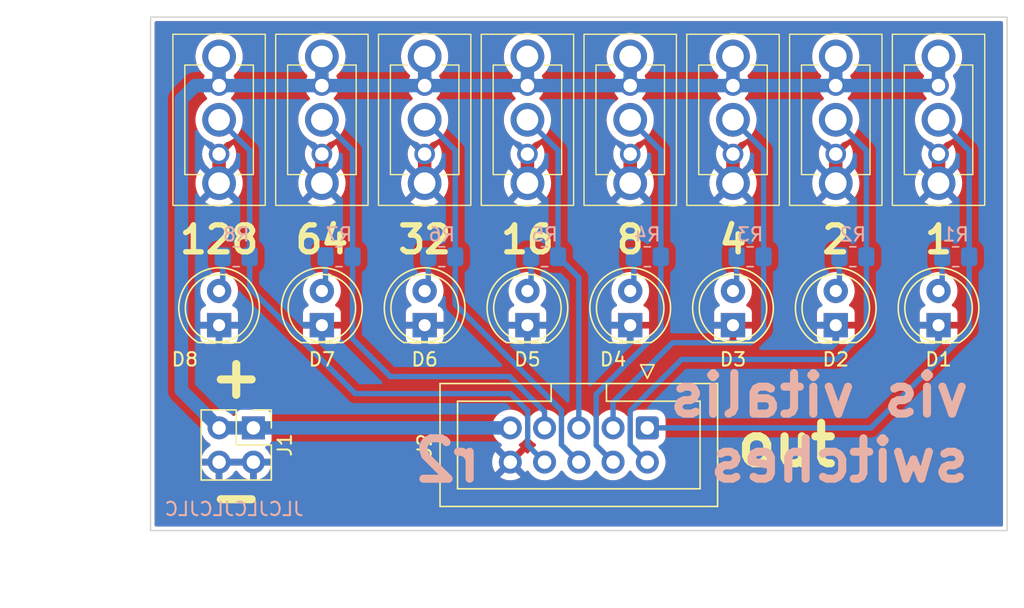
<source format=kicad_pcb>
(kicad_pcb (version 20240108) (generator "pcbnew") (generator_version "8.0")
  (layers (0 "F.Cu" signal) (31 "B.Cu" signal) (34 "B.Paste" user) (35 "F.Paste" user) (36 "B.SilkS" user "B.Silkscreen") (37 "F.SilkS" user "F.Silkscreen") (38 "B.Mask" user) (39 "F.Mask" user) (44 "Edge.Cuts" user))
  (net 0 "")
  (net 1 "Net-(D1-A)")
  (net 2 "Net-(D2-A)")
  (net 3 "Net-(D3-A)")
  (net 4 "Net-(D4-A)")
  (net 5 "VCC")
  (net 6 "GND")
  (net 7 "Net-(D5-A)")
  (net 8 "Net-(D6-A)")
  (net 9 "Net-(D7-A)")
  (net 10 "Net-(D8-A)")
  (net 11 "Net-(J2-Pin_1)")
  (net 12 "Net-(J2-Pin_2)")
  (net 13 "Net-(J2-Pin_3)")
  (net 14 "Net-(J2-Pin_4)")
  (net 15 "Net-(J2-Pin_5)")
  (net 16 "Net-(J2-Pin_6)")
  (net 17 "Net-(J2-Pin_7)")
  (net 18 "Net-(J2-Pin_8)")
  (footprint "LED_THT:LED_D5.0mm_Clear" (layer "F.Cu") (at 175.26 96.52 90)
    (property "Reference" "D3" (at -2.54 0 180) (layer "F.SilkS"))
    (property "Value" "151053GS03000")
    (fp_line (start -1.29 -1.545) (end -1.29 1.545) (stroke (width 0.12)) (layer "F.SilkS"))
    (fp_arc (start -1.29 -1.54483) (mid 2.072002 -2.880433) (end 4.26 0.000462) (stroke (width 0.12)) (layer "F.SilkS"))
    (fp_arc (start 4.26 -0.000462) (mid 2.072002 2.880433) (end -1.29 1.54483) (stroke (width 0.12)) (layer "F.SilkS"))
    (fp_circle (center 1.27 0) (end 3.77 0) (stroke (width 0.12)) (fill none) (layer "F.SilkS"))
    (pad "1" thru_hole rect (at 0 0 90) (size 1.8 1.8) (drill 0.9) (layers "*.Cu" "*.Mask") (net 6 "GND"))
    (pad "2" thru_hole circle (at 2.54 0 90) (size 1.8 1.8) (drill 0.9) (layers "*.Cu" "*.Mask") (net 3 "Net-(D3-A)"))
  )
  (footprint "LED_THT:LED_D5.0mm_Clear" (layer "F.Cu") (at 152.4 96.52 90)
    (property "Reference" "D6" (at -2.54 0 180) (layer "F.SilkS"))
    (property "Value" "151053GS03000")
    (fp_line (start -1.29 -1.545) (end -1.29 1.545) (stroke (width 0.12)) (layer "F.SilkS"))
    (fp_arc (start -1.29 -1.54483) (mid 2.072002 -2.880433) (end 4.26 0.000462) (stroke (width 0.12)) (layer "F.SilkS"))
    (fp_arc (start 4.26 -0.000462) (mid 2.072002 2.880433) (end -1.29 1.54483) (stroke (width 0.12)) (layer "F.SilkS"))
    (fp_circle (center 1.27 0) (end 3.77 0) (stroke (width 0.12)) (fill none) (layer "F.SilkS"))
    (pad "1" thru_hole rect (at 0 0 90) (size 1.8 1.8) (drill 0.9) (layers "*.Cu" "*.Mask") (net 6 "GND"))
    (pad "2" thru_hole circle (at 2.54 0 90) (size 1.8 1.8) (drill 0.9) (layers "*.Cu" "*.Mask") (net 8 "Net-(D6-A)"))
  )
  (footprint "cit-switch:AST_BST_13SNCQ_SPDT_ON_OFF_ON" (layer "F.Cu") (at 182.88 81.28 90)
    (property "Reference" "SW2" (hide yes))
    (property "Value" "SW_SPDT")
    (fp_line (start 4.065 -2.54) (end 4.064 -1.27) (stroke (width 0.1)) (layer "F.SilkS"))
    (fp_line (start -4.065 -2.54) (end 4.065 -2.54) (stroke (width 0.1)) (layer "F.SilkS"))
    (fp_line (start -4.065 -2.54) (end -4.064 -1.27) (stroke (width 0.1)) (layer "F.SilkS"))
    (fp_line (start 4.065 2.54) (end 4.064 1.27) (stroke (width 0.1)) (layer "F.SilkS"))
    (fp_line (start 4.065 2.54) (end -4.065 2.54) (stroke (width 0.1)) (layer "F.SilkS"))
    (fp_line (start -4.065 2.54) (end -4.064 1.27) (stroke (width 0.1)) (layer "F.SilkS"))
    (fp_rect (start -6.35 -3.425) (end 6.35 3.425) (stroke (width 0.1)) (fill none) (layer "F.SilkS"))
    (pad "1" thru_hole circle (at -4.7 0 90) (size 2.5 2.5) (drill 1.6) (layers "*.Cu" "*.Mask") (net 6 "GND"))
    (pad "1" thru_hole circle (at -2.54 0 90) (size 1.524 1.524) (drill 1) (layers "*.Cu" "*.Mask") (net 6 "GND"))
    (pad "2" thru_hole circle (at 0 0 90) (size 2.5 2.5) (drill 1.6) (layers "*.Cu" "*.Mask") (net 12 "Net-(J2-Pin_2)"))
    (pad "3" thru_hole circle (at 2.54 0 90) (size 1.524 1.524) (drill 1) (layers "*.Cu" "*.Mask") (net 5 "VCC"))
    (pad "3" thru_hole circle (at 4.7 0 90) (size 2.5 2.5) (drill 1.6) (layers "*.Cu" "*.Mask") (net 5 "VCC"))
  )
  (footprint "cit-switch:AST_BST_13SNCQ_SPDT_ON_OFF_ON" (layer "F.Cu") (at 175.26 81.28 90)
    (property "Reference" "SW3" (hide yes))
    (property "Value" "SW_SPDT")
    (fp_line (start 4.065 -2.54) (end 4.064 -1.27) (stroke (width 0.1)) (layer "F.SilkS"))
    (fp_line (start -4.065 -2.54) (end 4.065 -2.54) (stroke (width 0.1)) (layer "F.SilkS"))
    (fp_line (start -4.065 -2.54) (end -4.064 -1.27) (stroke (width 0.1)) (layer "F.SilkS"))
    (fp_line (start 4.065 2.54) (end 4.064 1.27) (stroke (width 0.1)) (layer "F.SilkS"))
    (fp_line (start 4.065 2.54) (end -4.065 2.54) (stroke (width 0.1)) (layer "F.SilkS"))
    (fp_line (start -4.065 2.54) (end -4.064 1.27) (stroke (width 0.1)) (layer "F.SilkS"))
    (fp_rect (start -6.35 -3.425) (end 6.35 3.425) (stroke (width 0.1)) (fill none) (layer "F.SilkS"))
    (pad "1" thru_hole circle (at -4.7 0 90) (size 2.5 2.5) (drill 1.6) (layers "*.Cu" "*.Mask") (net 6 "GND"))
    (pad "1" thru_hole circle (at -2.54 0 90) (size 1.524 1.524) (drill 1) (layers "*.Cu" "*.Mask") (net 6 "GND"))
    (pad "2" thru_hole circle (at 0 0 90) (size 2.5 2.5) (drill 1.6) (layers "*.Cu" "*.Mask") (net 13 "Net-(J2-Pin_3)"))
    (pad "3" thru_hole circle (at 2.54 0 90) (size 1.524 1.524) (drill 1) (layers "*.Cu" "*.Mask") (net 5 "VCC"))
    (pad "3" thru_hole circle (at 4.7 0 90) (size 2.5 2.5) (drill 1.6) (layers "*.Cu" "*.Mask") (net 5 "VCC"))
  )
  (footprint "cit-switch:AST_BST_13SNCQ_SPDT_ON_OFF_ON" (layer "F.Cu") (at 190.5 81.28 90)
    (property "Reference" "SW1" (hide yes))
    (property "Value" "SW_SPDT")
    (fp_line (start 4.065 -2.54) (end 4.064 -1.27) (stroke (width 0.1)) (layer "F.SilkS"))
    (fp_line (start -4.065 -2.54) (end 4.065 -2.54) (stroke (width 0.1)) (layer "F.SilkS"))
    (fp_line (start -4.065 -2.54) (end -4.064 -1.27) (stroke (width 0.1)) (layer "F.SilkS"))
    (fp_line (start 4.065 2.54) (end 4.064 1.27) (stroke (width 0.1)) (layer "F.SilkS"))
    (fp_line (start 4.065 2.54) (end -4.065 2.54) (stroke (width 0.1)) (layer "F.SilkS"))
    (fp_line (start -4.065 2.54) (end -4.064 1.27) (stroke (width 0.1)) (layer "F.SilkS"))
    (fp_rect (start -6.35 -3.425) (end 6.35 3.425) (stroke (width 0.1)) (fill none) (layer "F.SilkS"))
    (pad "1" thru_hole circle (at -4.7 0 90) (size 2.5 2.5) (drill 1.6) (layers "*.Cu" "*.Mask") (net 6 "GND"))
    (pad "1" thru_hole circle (at -2.54 0 90) (size 1.524 1.524) (drill 1) (layers "*.Cu" "*.Mask") (net 6 "GND"))
    (pad "2" thru_hole circle (at 0 0 90) (size 2.5 2.5) (drill 1.6) (layers "*.Cu" "*.Mask") (net 11 "Net-(J2-Pin_1)"))
    (pad "3" thru_hole circle (at 2.54 0 90) (size 1.524 1.524) (drill 1) (layers "*.Cu" "*.Mask") (net 5 "VCC"))
    (pad "3" thru_hole circle (at 4.7 0 90) (size 2.5 2.5) (drill 1.6) (layers "*.Cu" "*.Mask") (net 5 "VCC"))
  )
  (footprint "LED_THT:LED_D5.0mm_Clear" (layer "F.Cu") (at 144.78 96.52 90)
    (property "Reference" "D7" (at -2.54 0 180) (layer "F.SilkS"))
    (property "Value" "151053GS03000")
    (fp_line (start -1.29 -1.545) (end -1.29 1.545) (stroke (width 0.12)) (layer "F.SilkS"))
    (fp_arc (start -1.29 -1.54483) (mid 2.072002 -2.880433) (end 4.26 0.000462) (stroke (width 0.12)) (layer "F.SilkS"))
    (fp_arc (start 4.26 -0.000462) (mid 2.072002 2.880433) (end -1.29 1.54483) (stroke (width 0.12)) (layer "F.SilkS"))
    (fp_circle (center 1.27 0) (end 3.77 0) (stroke (width 0.12)) (fill none) (layer "F.SilkS"))
    (pad "1" thru_hole rect (at 0 0 90) (size 1.8 1.8) (drill 0.9) (layers "*.Cu" "*.Mask") (net 6 "GND"))
    (pad "2" thru_hole circle (at 2.54 0 90) (size 1.8 1.8) (drill 0.9) (layers "*.Cu" "*.Mask") (net 9 "Net-(D7-A)"))
  )
  (footprint "cit-switch:AST_BST_13SNCQ_SPDT_ON_OFF_ON" (layer "F.Cu") (at 152.4 81.28 90)
    (property "Reference" "SW6" (hide yes))
    (property "Value" "SW_SPDT")
    (fp_line (start 4.065 -2.54) (end 4.064 -1.27) (stroke (width 0.1)) (layer "F.SilkS"))
    (fp_line (start -4.065 -2.54) (end 4.065 -2.54) (stroke (width 0.1)) (layer "F.SilkS"))
    (fp_line (start -4.065 -2.54) (end -4.064 -1.27) (stroke (width 0.1)) (layer "F.SilkS"))
    (fp_line (start 4.065 2.54) (end 4.064 1.27) (stroke (width 0.1)) (layer "F.SilkS"))
    (fp_line (start 4.065 2.54) (end -4.065 2.54) (stroke (width 0.1)) (layer "F.SilkS"))
    (fp_line (start -4.065 2.54) (end -4.064 1.27) (stroke (width 0.1)) (layer "F.SilkS"))
    (fp_rect (start -6.35 -3.425) (end 6.35 3.425) (stroke (width 0.1)) (fill none) (layer "F.SilkS"))
    (pad "1" thru_hole circle (at -4.7 0 90) (size 2.5 2.5) (drill 1.6) (layers "*.Cu" "*.Mask") (net 6 "GND"))
    (pad "1" thru_hole circle (at -2.54 0 90) (size 1.524 1.524) (drill 1) (layers "*.Cu" "*.Mask") (net 6 "GND"))
    (pad "2" thru_hole circle (at 0 0 90) (size 2.5 2.5) (drill 1.6) (layers "*.Cu" "*.Mask") (net 16 "Net-(J2-Pin_6)"))
    (pad "3" thru_hole circle (at 2.54 0 90) (size 1.524 1.524) (drill 1) (layers "*.Cu" "*.Mask") (net 5 "VCC"))
    (pad "3" thru_hole circle (at 4.7 0 90) (size 2.5 2.5) (drill 1.6) (layers "*.Cu" "*.Mask") (net 5 "VCC"))
  )
  (footprint "LED_THT:LED_D5.0mm_Clear" (layer "F.Cu") (at 167.64 96.52 90)
    (property "Reference" "D4" (at -2.54 -1.27 180) (layer "F.SilkS"))
    (property "Value" "151053GS03000")
    (fp_line (start -1.29 -1.545) (end -1.29 1.545) (stroke (width 0.12)) (layer "F.SilkS"))
    (fp_arc (start -1.29 -1.54483) (mid 2.072002 -2.880433) (end 4.26 0.000462) (stroke (width 0.12)) (layer "F.SilkS"))
    (fp_arc (start 4.26 -0.000462) (mid 2.072002 2.880433) (end -1.29 1.54483) (stroke (width 0.12)) (layer "F.SilkS"))
    (fp_circle (center 1.27 0) (end 3.77 0) (stroke (width 0.12)) (fill none) (layer "F.SilkS"))
    (pad "1" thru_hole rect (at 0 0 90) (size 1.8 1.8) (drill 0.9) (layers "*.Cu" "*.Mask") (net 6 "GND"))
    (pad "2" thru_hole circle (at 2.54 0 90) (size 1.8 1.8) (drill 0.9) (layers "*.Cu" "*.Mask") (net 4 "Net-(D4-A)"))
  )
  (footprint "cit-switch:AST_BST_13SNCQ_SPDT_ON_OFF_ON" (layer "F.Cu") (at 144.78 81.28 90)
    (property "Reference" "SW7" (hide yes))
    (property "Value" "SW_SPDT")
    (fp_line (start 4.065 -2.54) (end 4.064 -1.27) (stroke (width 0.1)) (layer "F.SilkS"))
    (fp_line (start -4.065 -2.54) (end 4.065 -2.54) (stroke (width 0.1)) (layer "F.SilkS"))
    (fp_line (start -4.065 -2.54) (end -4.064 -1.27) (stroke (width 0.1)) (layer "F.SilkS"))
    (fp_line (start 4.065 2.54) (end 4.064 1.27) (stroke (width 0.1)) (layer "F.SilkS"))
    (fp_line (start 4.065 2.54) (end -4.065 2.54) (stroke (width 0.1)) (layer "F.SilkS"))
    (fp_line (start -4.065 2.54) (end -4.064 1.27) (stroke (width 0.1)) (layer "F.SilkS"))
    (fp_rect (start -6.35 -3.425) (end 6.35 3.425) (stroke (width 0.1)) (fill none) (layer "F.SilkS"))
    (pad "1" thru_hole circle (at -4.7 0 90) (size 2.5 2.5) (drill 1.6) (layers "*.Cu" "*.Mask") (net 6 "GND"))
    (pad "1" thru_hole circle (at -2.54 0 90) (size 1.524 1.524) (drill 1) (layers "*.Cu" "*.Mask") (net 6 "GND"))
    (pad "2" thru_hole circle (at 0 0 90) (size 2.5 2.5) (drill 1.6) (layers "*.Cu" "*.Mask") (net 17 "Net-(J2-Pin_7)"))
    (pad "3" thru_hole circle (at 2.54 0 90) (size 1.524 1.524) (drill 1) (layers "*.Cu" "*.Mask") (net 5 "VCC"))
    (pad "3" thru_hole circle (at 4.7 0 90) (size 2.5 2.5) (drill 1.6) (layers "*.Cu" "*.Mask") (net 5 "VCC"))
  )
  (footprint "LED_THT:LED_D5.0mm_Clear" (layer "F.Cu") (at 160.02 96.52 90)
    (property "Reference" "D5" (at -2.54 0 180) (layer "F.SilkS"))
    (property "Value" "151053GS03000")
    (fp_line (start -1.29 -1.545) (end -1.29 1.545) (stroke (width 0.12)) (layer "F.SilkS"))
    (fp_arc (start -1.29 -1.54483) (mid 2.072002 -2.880433) (end 4.26 0.000462) (stroke (width 0.12)) (layer "F.SilkS"))
    (fp_arc (start 4.26 -0.000462) (mid 2.072002 2.880433) (end -1.29 1.54483) (stroke (width 0.12)) (layer "F.SilkS"))
    (fp_circle (center 1.27 0) (end 3.77 0) (stroke (width 0.12)) (fill none) (layer "F.SilkS"))
    (pad "1" thru_hole rect (at 0 0 90) (size 1.8 1.8) (drill 0.9) (layers "*.Cu" "*.Mask") (net 6 "GND"))
    (pad "2" thru_hole circle (at 2.54 0 90) (size 1.8 1.8) (drill 0.9) (layers "*.Cu" "*.Mask") (net 7 "Net-(D5-A)"))
  )
  (footprint "LED_THT:LED_D5.0mm_Clear" (layer "F.Cu") (at 190.5 96.52 90)
    (property "Reference" "D1" (at -2.54 0 0) (layer "F.SilkS"))
    (property "Value" "151053GS03000")
    (fp_line (start -1.29 -1.545) (end -1.29 1.545) (stroke (width 0.12)) (layer "F.SilkS"))
    (fp_arc (start -1.29 -1.54483) (mid 2.072002 -2.880433) (end 4.26 0.000462) (stroke (width 0.12)) (layer "F.SilkS"))
    (fp_arc (start 4.26 -0.000462) (mid 2.072002 2.880433) (end -1.29 1.54483) (stroke (width 0.12)) (layer "F.SilkS"))
    (fp_circle (center 1.27 0) (end 3.77 0) (stroke (width 0.12)) (fill none) (layer "F.SilkS"))
    (pad "1" thru_hole rect (at 0 0 90) (size 1.8 1.8) (drill 0.9) (layers "*.Cu" "*.Mask") (net 6 "GND"))
    (pad "2" thru_hole circle (at 2.54 0 90) (size 1.8 1.8) (drill 0.9) (layers "*.Cu" "*.Mask") (net 1 "Net-(D1-A)"))
  )
  (footprint "cit-switch:AST_BST_13SNCQ_SPDT_ON_OFF_ON" (layer "F.Cu") (at 167.64 81.28 90)
    (property "Reference" "SW4" (hide yes))
    (property "Value" "SW_SPDT")
    (fp_line (start 4.065 -2.54) (end 4.064 -1.27) (stroke (width 0.1)) (layer "F.SilkS"))
    (fp_line (start -4.065 -2.54) (end 4.065 -2.54) (stroke (width 0.1)) (layer "F.SilkS"))
    (fp_line (start -4.065 -2.54) (end -4.064 -1.27) (stroke (width 0.1)) (layer "F.SilkS"))
    (fp_line (start 4.065 2.54) (end 4.064 1.27) (stroke (width 0.1)) (layer "F.SilkS"))
    (fp_line (start 4.065 2.54) (end -4.065 2.54) (stroke (width 0.1)) (layer "F.SilkS"))
    (fp_line (start -4.065 2.54) (end -4.064 1.27) (stroke (width 0.1)) (layer "F.SilkS"))
    (fp_rect (start -6.35 -3.425) (end 6.35 3.425) (stroke (width 0.1)) (fill none) (layer "F.SilkS"))
    (pad "1" thru_hole circle (at -4.7 0 90) (size 2.5 2.5) (drill 1.6) (layers "*.Cu" "*.Mask") (net 6 "GND"))
    (pad "1" thru_hole circle (at -2.54 0 90) (size 1.524 1.524) (drill 1) (layers "*.Cu" "*.Mask") (net 6 "GND"))
    (pad "2" thru_hole circle (at 0 0 90) (size 2.5 2.5) (drill 1.6) (layers "*.Cu" "*.Mask") (net 14 "Net-(J2-Pin_4)"))
    (pad "3" thru_hole circle (at 2.54 0 90) (size 1.524 1.524) (drill 1) (layers "*.Cu" "*.Mask") (net 5 "VCC"))
    (pad "3" thru_hole circle (at 4.7 0 90) (size 2.5 2.5) (drill 1.6) (layers "*.Cu" "*.Mask") (net 5 "VCC"))
  )
  (footprint "LED_THT:LED_D5.0mm_Clear" (layer "F.Cu") (at 182.88 96.52 90)
    (property "Reference" "D2" (at -2.54 0 180) (layer "F.SilkS"))
    (property "Value" "151053GS03000")
    (fp_line (start -1.29 -1.545) (end -1.29 1.545) (stroke (width 0.12)) (layer "F.SilkS"))
    (fp_arc (start -1.29 -1.54483) (mid 2.072002 -2.880433) (end 4.26 0.000462) (stroke (width 0.12)) (layer "F.SilkS"))
    (fp_arc (start 4.26 -0.000462) (mid 2.072002 2.880433) (end -1.29 1.54483) (stroke (width 0.12)) (layer "F.SilkS"))
    (fp_circle (center 1.27 0) (end 3.77 0) (stroke (width 0.12)) (fill none) (layer "F.SilkS"))
    (pad "1" thru_hole rect (at 0 0 90) (size 1.8 1.8) (drill 0.9) (layers "*.Cu" "*.Mask") (net 6 "GND"))
    (pad "2" thru_hole circle (at 2.54 0 90) (size 1.8 1.8) (drill 0.9) (layers "*.Cu" "*.Mask") (net 2 "Net-(D2-A)"))
  )
  (footprint "cit-switch:AST_BST_13SNCQ_SPDT_ON_OFF_ON" (layer "F.Cu") (at 160.02 81.28 90)
    (property "Reference" "SW5" (hide yes))
    (property "Value" "SW_SPDT")
    (fp_line (start 4.065 -2.54) (end 4.064 -1.27) (stroke (width 0.1)) (layer "F.SilkS"))
    (fp_line (start -4.065 -2.54) (end 4.065 -2.54) (stroke (width 0.1)) (layer "F.SilkS"))
    (fp_line (start -4.065 -2.54) (end -4.064 -1.27) (stroke (width 0.1)) (layer "F.SilkS"))
    (fp_line (start 4.065 2.54) (end 4.064 1.27) (stroke (width 0.1)) (layer "F.SilkS"))
    (fp_line (start 4.065 2.54) (end -4.065 2.54) (stroke (width 0.1)) (layer "F.SilkS"))
    (fp_line (start -4.065 2.54) (end -4.064 1.27) (stroke (width 0.1)) (layer "F.SilkS"))
    (fp_rect (start -6.35 -3.425) (end 6.35 3.425) (stroke (width 0.1)) (fill none) (layer "F.SilkS"))
    (pad "1" thru_hole circle (at -4.7 0 90) (size 2.5 2.5) (drill 1.6) (layers "*.Cu" "*.Mask") (net 6 "GND"))
    (pad "1" thru_hole circle (at -2.54 0 90) (size 1.524 1.524) (drill 1) (layers "*.Cu" "*.Mask") (net 6 "GND"))
    (pad "2" thru_hole circle (at 0 0 90) (size 2.5 2.5) (drill 1.6) (layers "*.Cu" "*.Mask") (net 15 "Net-(J2-Pin_5)"))
    (pad "3" thru_hole circle (at 2.54 0 90) (size 1.524 1.524) (drill 1) (layers "*.Cu" "*.Mask") (net 5 "VCC"))
    (pad "3" thru_hole circle (at 4.7 0 90) (size 2.5 2.5) (drill 1.6) (layers "*.Cu" "*.Mask") (net 5 "VCC"))
  )
  (footprint "cit-switch:AST_BST_13SNCQ_SPDT_ON_OFF_ON" (layer "F.Cu") (at 137.16 81.28 90)
    (property "Reference" "SW8" (hide yes))
    (property "Value" "SW_SPDT")
    (fp_line (start 4.065 -2.54) (end 4.064 -1.27) (stroke (width 0.1)) (layer "F.SilkS"))
    (fp_line (start -4.065 -2.54) (end 4.065 -2.54) (stroke (width 0.1)) (layer "F.SilkS"))
    (fp_line (start -4.065 -2.54) (end -4.064 -1.27) (stroke (width 0.1)) (layer "F.SilkS"))
    (fp_line (start 4.065 2.54) (end 4.064 1.27) (stroke (width 0.1)) (layer "F.SilkS"))
    (fp_line (start 4.065 2.54) (end -4.065 2.54) (stroke (width 0.1)) (layer "F.SilkS"))
    (fp_line (start -4.065 2.54) (end -4.064 1.27) (stroke (width 0.1)) (layer "F.SilkS"))
    (fp_rect (start -6.35 -3.425) (end 6.35 3.425) (stroke (width 0.1)) (fill none) (layer "F.SilkS"))
    (pad "1" thru_hole circle (at -4.7 0 90) (size 2.5 2.5) (drill 1.6) (layers "*.Cu" "*.Mask") (net 6 "GND"))
    (pad "1" thru_hole circle (at -2.54 0 90) (size 1.524 1.524) (drill 1) (layers "*.Cu" "*.Mask") (net 6 "GND"))
    (pad "2" thru_hole circle (at 0 0 90) (size 2.5 2.5) (drill 1.6) (layers "*.Cu" "*.Mask") (net 18 "Net-(J2-Pin_8)"))
    (pad "3" thru_hole circle (at 2.54 0 90) (size 1.524 1.524) (drill 1) (layers "*.Cu" "*.Mask") (net 5 "VCC"))
    (pad "3" thru_hole circle (at 4.7 0 90) (size 2.5 2.5) (drill 1.6) (layers "*.Cu" "*.Mask") (net 5 "VCC"))
  )
  (footprint "LED_THT:LED_D5.0mm_Clear" (layer "F.Cu") (at 137.16 96.52 90)
    (property "Reference" "D8" (at -2.54 -2.54 180) (layer "F.SilkS"))
    (property "Value" "151053GS03000")
    (fp_line (start -1.29 -1.545) (end -1.29 1.545) (stroke (width 0.12)) (layer "F.SilkS"))
    (fp_arc (start -1.29 -1.54483) (mid 2.072002 -2.880433) (end 4.26 0.000462) (stroke (width 0.12)) (layer "F.SilkS"))
    (fp_arc (start 4.26 -0.000462) (mid 2.072002 2.880433) (end -1.29 1.54483) (stroke (width 0.12)) (layer "F.SilkS"))
    (fp_circle (center 1.27 0) (end 3.77 0) (stroke (width 0.12)) (fill none) (layer "F.SilkS"))
    (pad "1" thru_hole rect (at 0 0 90) (size 1.8 1.8) (drill 0.9) (layers "*.Cu" "*.Mask") (net 6 "GND"))
    (pad "2" thru_hole circle (at 2.54 0 90) (size 1.8 1.8) (drill 0.9) (layers "*.Cu" "*.Mask") (net 10 "Net-(D8-A)"))
  )
  (footprint "Connector_PinHeader_2.54mm:PinHeader_2x02_P2.54mm_Vertical" (layer "F.Cu") (at 139.7 104.14 -90)
    (property "Reference" "J1" (at 1.27 -2.33 90) (layer "F.SilkS"))
    (property "Value" "Conn_02x02_Odd_Even")
    (fp_line (start -1.33 3.87) (end 3.87 3.87) (stroke (width 0.12)) (layer "F.SilkS"))
    (fp_line (start -1.33 1.27) (end -1.33 3.87) (stroke (width 0.12)) (layer "F.SilkS"))
    (fp_line (start -1.33 1.27) (end 1.27 1.27) (stroke (width 0.12)) (layer "F.SilkS"))
    (fp_line (start 1.27 1.27) (end 1.27 -1.33) (stroke (width 0.12)) (layer "F.SilkS"))
    (fp_line (start -1.33 0) (end -1.33 -1.33) (stroke (width 0.12)) (layer "F.SilkS"))
    (fp_line (start -1.33 -1.33) (end 0 -1.33) (stroke (width 0.12)) (layer "F.SilkS"))
    (fp_line (start 1.27 -1.33) (end 3.87 -1.33) (stroke (width 0.12)) (layer "F.SilkS"))
    (fp_line (start 3.87 -1.33) (end 3.87 3.87) (stroke (width 0.12)) (layer "F.SilkS"))
    (pad "1" thru_hole rect (at 0 0 270) (size 1.7 1.7) (drill 1) (layers "*.Cu" "*.Mask") (net 5 "VCC"))
    (pad "2" thru_hole oval (at 2.54 0 270) (size 1.7 1.7) (drill 1) (layers "*.Cu" "*.Mask") (net 6 "GND"))
    (pad "3" thru_hole oval (at 0 2.54 270) (size 1.7 1.7) (drill 1) (layers "*.Cu" "*.Mask") (net 5 "VCC"))
    (pad "4" thru_hole oval (at 2.54 2.54 270) (size 1.7 1.7) (drill 1) (layers "*.Cu" "*.Mask") (net 6 "GND"))
  )
  (footprint "Connector_IDC:IDC-Header_2x05_P2.54mm_Vertical" (layer "F.Cu") (at 168.91 104.14 -90)
    (property "Reference" "J2" (at 1.27 16.51 90) (layer "F.SilkS"))
    (property "Value" "BHR-10-VUA")
    (fp_line (start -3.29 15.37) (end -3.29 -5.21) (stroke (width 0.12)) (layer "F.SilkS"))
    (fp_line (start 5.83 15.37) (end -3.29 15.37) (stroke (width 0.12)) (layer "F.SilkS"))
    (fp_line (start -1.98 14.07) (end -1.98 7.13) (stroke (width 0.12)) (layer "F.SilkS"))
    (fp_line (start 4.52 14.07) (end -1.98 14.07) (stroke (width 0.12)) (layer "F.SilkS"))
    (fp_line (start -1.98 7.13) (end -3.29 7.13) (stroke (width 0.12)) (layer "F.SilkS"))
    (fp_line (start -1.98 7.13) (end -1.98 7.13) (stroke (width 0.12)) (layer "F.SilkS"))
    (fp_line (start -3.29 3.03) (end -1.98 3.03) (stroke (width 0.12)) (layer "F.SilkS"))
    (fp_line (start -1.98 3.03) (end -1.98 -3.91) (stroke (width 0.12)) (layer "F.SilkS"))
    (fp_line (start -4.68 0.5) (end -3.68 0) (stroke (width 0.12)) (layer "F.SilkS"))
    (fp_line (start -3.68 0) (end -4.68 -0.5) (stroke (width 0.12)) (layer "F.SilkS"))
    (fp_line (start -4.68 -0.5) (end -4.68 0.5) (stroke (width 0.12)) (layer "F.SilkS"))
    (fp_line (start -1.98 -3.91) (end 4.52 -3.91) (stroke (width 0.12)) (layer "F.SilkS"))
    (fp_line (start 4.52 -3.91) (end 4.52 14.07) (stroke (width 0.12)) (layer "F.SilkS"))
    (fp_line (start -3.29 -5.21) (end 5.83 -5.21) (stroke (width 0.12)) (layer "F.SilkS"))
    (fp_line (start 5.83 -5.21) (end 5.83 15.37) (stroke (width 0.12)) (layer "F.SilkS"))
    (pad "1" thru_hole roundrect (at 0 0 270) (size 1.7 1.7) (drill 1) (layers "*.Cu" "*.Mask") (roundrect_rratio 0.147059) (net 11 "Net-(J2-Pin_1)"))
    (pad "2" thru_hole circle (at 2.54 0 270) (size 1.7 1.7) (drill 1) (layers "*.Cu" "*.Mask") (net 12 "Net-(J2-Pin_2)"))
    (pad "3" thru_hole circle (at 0 2.54 270) (size 1.7 1.7) (drill 1) (layers "*.Cu" "*.Mask") (net 13 "Net-(J2-Pin_3)"))
    (pad "4" thru_hole circle (at 2.54 2.54 270) (size 1.7 1.7) (drill 1) (layers "*.Cu" "*.Mask") (net 14 "Net-(J2-Pin_4)"))
    (pad "5" thru_hole circle (at 0 5.08 270) (size 1.7 1.7) (drill 1) (layers "*.Cu" "*.Mask") (net 15 "Net-(J2-Pin_5)"))
    (pad "6" thru_hole circle (at 2.54 5.08 270) (size 1.7 1.7) (drill 1) (layers "*.Cu" "*.Mask") (net 16 "Net-(J2-Pin_6)"))
    (pad "7" thru_hole circle (at 0 7.62 270) (size 1.7 1.7) (drill 1) (layers "*.Cu" "*.Mask") (net 17 "Net-(J2-Pin_7)"))
    (pad "8" thru_hole circle (at 2.54 7.62 270) (size 1.7 1.7) (drill 1) (layers "*.Cu" "*.Mask") (net 18 "Net-(J2-Pin_8)"))
    (pad "9" thru_hole circle (at 0 10.16 270) (size 1.7 1.7) (drill 1) (layers "*.Cu" "*.Mask") (net 5 "VCC"))
    (pad "10" thru_hole circle (at 2.54 10.16 270) (size 1.7 1.7) (drill 1) (layers "*.Cu" "*.Mask") (net 6 "GND"))
  )
  (footprint "Resistor_SMD:R_0805_2012Metric_Pad1.20x1.40mm_HandSolder" (layer "B.Cu") (at 176.53 91.44 180)
    (property "Reference" "R3" (at 0 1.65 0) (layer "B.SilkS") (effects (justify mirror)))
    (property "Value" "750R")
    (fp_line (start -0.227064 0.735) (end 0.227064 0.735) (stroke (width 0.12)) (layer "B.SilkS"))
    (fp_line (start -0.227064 -0.735) (end 0.227064 -0.735) (stroke (width 0.12)) (layer "B.SilkS"))
    (pad "1" smd roundrect (at -1 0 180) (size 1.2 1.4) (layers "B.Cu" "B.Paste" "B.Mask") (roundrect_rratio 0.208333) (net 13 "Net-(J2-Pin_3)"))
    (pad "2" smd roundrect (at 1 0 180) (size 1.2 1.4) (layers "B.Cu" "B.Paste" "B.Mask") (roundrect_rratio 0.208333) (net 3 "Net-(D3-A)"))
  )
  (footprint "Resistor_SMD:R_0805_2012Metric_Pad1.20x1.40mm_HandSolder" (layer "B.Cu") (at 138.43 91.44 180)
    (property "Reference" "R8" (at 0 1.65 0) (layer "B.SilkS") (effects (justify mirror)))
    (property "Value" "750R")
    (fp_line (start -0.227064 0.735) (end 0.227064 0.735) (stroke (width 0.12)) (layer "B.SilkS"))
    (fp_line (start -0.227064 -0.735) (end 0.227064 -0.735) (stroke (width 0.12)) (layer "B.SilkS"))
    (pad "1" smd roundrect (at -1 0 180) (size 1.2 1.4) (layers "B.Cu" "B.Paste" "B.Mask") (roundrect_rratio 0.208333) (net 18 "Net-(J2-Pin_8)"))
    (pad "2" smd roundrect (at 1 0 180) (size 1.2 1.4) (layers "B.Cu" "B.Paste" "B.Mask") (roundrect_rratio 0.208333) (net 10 "Net-(D8-A)"))
  )
  (footprint "Resistor_SMD:R_0805_2012Metric_Pad1.20x1.40mm_HandSolder" (layer "B.Cu") (at 184.15 91.44 180)
    (property "Reference" "R2" (at 0 1.65 0) (layer "B.SilkS") (effects (justify mirror)))
    (property "Value" "750R")
    (fp_line (start -0.227064 0.735) (end 0.227064 0.735) (stroke (width 0.12)) (layer "B.SilkS"))
    (fp_line (start -0.227064 -0.735) (end 0.227064 -0.735) (stroke (width 0.12)) (layer "B.SilkS"))
    (pad "1" smd roundrect (at -1 0 180) (size 1.2 1.4) (layers "B.Cu" "B.Paste" "B.Mask") (roundrect_rratio 0.208333) (net 12 "Net-(J2-Pin_2)"))
    (pad "2" smd roundrect (at 1 0 180) (size 1.2 1.4) (layers "B.Cu" "B.Paste" "B.Mask") (roundrect_rratio 0.208333) (net 2 "Net-(D2-A)"))
  )
  (footprint "Resistor_SMD:R_0805_2012Metric_Pad1.20x1.40mm_HandSolder" (layer "B.Cu") (at 168.91 91.44 180)
    (property "Reference" "R4" (at 0 1.65 0) (layer "B.SilkS") (effects (justify mirror)))
    (property "Value" "750R")
    (fp_line (start -0.227064 0.735) (end 0.227064 0.735) (stroke (width 0.12)) (layer "B.SilkS"))
    (fp_line (start -0.227064 -0.735) (end 0.227064 -0.735) (stroke (width 0.12)) (layer "B.SilkS"))
    (pad "1" smd roundrect (at -1 0 180) (size 1.2 1.4) (layers "B.Cu" "B.Paste" "B.Mask") (roundrect_rratio 0.208333) (net 14 "Net-(J2-Pin_4)"))
    (pad "2" smd roundrect (at 1 0 180) (size 1.2 1.4) (layers "B.Cu" "B.Paste" "B.Mask") (roundrect_rratio 0.208333) (net 4 "Net-(D4-A)"))
  )
  (footprint "Resistor_SMD:R_0805_2012Metric_Pad1.20x1.40mm_HandSolder" (layer "B.Cu") (at 146.05 91.44 180)
    (property "Reference" "R7" (at 0 1.65 0) (layer "B.SilkS") (effects (justify mirror)))
    (property "Value" "750R")
    (fp_line (start -0.227064 0.735) (end 0.227064 0.735) (stroke (width 0.12)) (layer "B.SilkS"))
    (fp_line (start -0.227064 -0.735) (end 0.227064 -0.735) (stroke (width 0.12)) (layer "B.SilkS"))
    (pad "1" smd roundrect (at -1 0 180) (size 1.2 1.4) (layers "B.Cu" "B.Paste" "B.Mask") (roundrect_rratio 0.208333) (net 17 "Net-(J2-Pin_7)"))
    (pad "2" smd roundrect (at 1 0 180) (size 1.2 1.4) (layers "B.Cu" "B.Paste" "B.Mask") (roundrect_rratio 0.208333) (net 9 "Net-(D7-A)"))
  )
  (footprint "Resistor_SMD:R_0805_2012Metric_Pad1.20x1.40mm_HandSolder" (layer "B.Cu") (at 191.77 91.44 180)
    (property "Reference" "R1" (at 0 1.65 0) (layer "B.SilkS") (effects (justify mirror)))
    (property "Value" "750R")
    (fp_line (start -0.227064 0.735) (end 0.227064 0.735) (stroke (width 0.12)) (layer "B.SilkS"))
    (fp_line (start -0.227064 -0.735) (end 0.227064 -0.735) (stroke (width 0.12)) (layer "B.SilkS"))
    (pad "1" smd roundrect (at -1 0 180) (size 1.2 1.4) (layers "B.Cu" "B.Paste" "B.Mask") (roundrect_rratio 0.208333) (net 11 "Net-(J2-Pin_1)"))
    (pad "2" smd roundrect (at 1 0 180) (size 1.2 1.4) (layers "B.Cu" "B.Paste" "B.Mask") (roundrect_rratio 0.208333) (net 1 "Net-(D1-A)"))
  )
  (footprint "Resistor_SMD:R_0805_2012Metric_Pad1.20x1.40mm_HandSolder" (layer "B.Cu") (at 153.67 91.44 180)
    (property "Reference" "R6" (at 0 1.65 0) (layer "B.SilkS") (effects (justify mirror)))
    (property "Value" "750R")
    (fp_line (start -0.227064 0.735) (end 0.227064 0.735) (stroke (width 0.12)) (layer "B.SilkS"))
    (fp_line (start -0.227064 -0.735) (end 0.227064 -0.735) (stroke (width 0.12)) (layer "B.SilkS"))
    (pad "1" smd roundrect (at -1 0 180) (size 1.2 1.4) (layers "B.Cu" "B.Paste" "B.Mask") (roundrect_rratio 0.208333) (net 16 "Net-(J2-Pin_6)"))
    (pad "2" smd roundrect (at 1 0 180) (size 1.2 1.4) (layers "B.Cu" "B.Paste" "B.Mask") (roundrect_rratio 0.208333) (net 8 "Net-(D6-A)"))
  )
  (footprint "Resistor_SMD:R_0805_2012Metric_Pad1.20x1.40mm_HandSolder" (layer "B.Cu") (at 161.29 91.44 180)
    (property "Reference" "R5" (at 0 1.65 0) (layer "B.SilkS") (effects (justify mirror)))
    (property "Value" "750R")
    (fp_line (start -0.227064 0.735) (end 0.227064 0.735) (stroke (width 0.12)) (layer "B.SilkS"))
    (fp_line (start -0.227064 -0.735) (end 0.227064 -0.735) (stroke (width 0.12)) (layer "B.SilkS"))
    (pad "1" smd roundrect (at -1 0 180) (size 1.2 1.4) (layers "B.Cu" "B.Paste" "B.Mask") (roundrect_rratio 0.208333) (net 15 "Net-(J2-Pin_5)"))
    (pad "2" smd roundrect (at 1 0 180) (size 1.2 1.4) (layers "B.Cu" "B.Paste" "B.Mask") (roundrect_rratio 0.208333) (net 7 "Net-(D5-A)"))
  )
  (gr_line (start 195.58 111.76) (end 132.08 111.76) (stroke (width 0.1)) (layer "Edge.Cuts"))
  (gr_line (start 132.08 73.66) (end 195.58 73.66) (stroke (width 0.1)) (layer "Edge.Cuts"))
  (gr_line (start 132.08 111.76) (end 132.08 73.66) (stroke (width 0.1)) (layer "Edge.Cuts"))
  (gr_line (start 195.58 73.66) (end 195.58 111.76) (stroke (width 0.1)) (layer "Edge.Cuts"))
  (gr_text "\nr2" (at 156.845 104.14 0) (layer "B.SilkS") (effects (font (size 3 3) (thickness 0.6) (bold yes)) (justify left mirror)))
  (gr_text "vis vitalis \nswitches" (at 193.04 104.14 0) (layer "B.SilkS") (effects (font (size 3 3) (thickness 0.6) (bold yes)) (justify left mirror)))
  (gr_text "JLCJLCJLCJLC" (at 143.51 110.744 0) (layer "B.SilkS") (effects (font (size 1 1)) (justify left bottom mirror)))
  (gr_text "8" (at 167.64 90.17 0) (layer "F.SilkS") (effects (font (size 2 2) (thickness 0.4) (bold yes))))
  (gr_text "16" (at 160.02 90.17 0) (layer "F.SilkS") (effects (font (size 2 2) (thickness 0.4) (bold yes))))
  (gr_text "128" (at 137.16 90.17 0) (layer "F.SilkS") (effects (font (size 2 2) (thickness 0.4) (bold yes))))
  (gr_text "1" (at 190.5 90.17 0) (layer "F.SilkS") (effects (font (size 2 2) (thickness 0.4) (bold yes))))
  (gr_text "64" (at 144.78 90.17 0) (layer "F.SilkS") (effects (font (size 2 2) (thickness 0.4) (bold yes))))
  (gr_text "4" (at 175.26 90.17 0) (layer "F.SilkS") (effects (font (size 2 2) (thickness 0.4) (bold yes))))
  (gr_text "-" (at 138.43 109.22 0) (layer "F.SilkS") (effects (font (size 3 3) (thickness 0.6) (bold yes))))
  (gr_text "out" (at 175.26 105.41 0) (layer "F.SilkS") (effects (font (size 3 3) (thickness 0.6) (bold yes)) (justify left)))
  (gr_text "32" (at 152.4 90.17 0) (layer "F.SilkS") (effects (font (size 2 2) (thickness 0.4) (bold yes))))
  (gr_text "2" (at 182.88 90.17 0) (layer "F.SilkS") (effects (font (size 2 2) (thickness 0.4) (bold yes))))
  (gr_text "+" (at 138.43 100.33 0) (layer "F.SilkS") (effects (font (size 3 3) (thickness 0.6) (bold yes))))
  (segment (start 190.77 91.44) (end 190.77 93.71) (width 0.4) (layer "B.Cu") (net 1))
  (segment (start 190.77 93.71) (end 190.5 93.98) (width 0.4) (layer "B.Cu") (net 1))
  (segment (start 183.15 93.71) (end 182.88 93.98) (width 0.4) (layer "B.Cu") (net 2))
  (segment (start 183.15 91.44) (end 183.15 93.71) (width 0.4) (layer "B.Cu") (net 2))
  (segment (start 175.53 93.71) (end 175.26 93.98) (width 0.4) (layer "B.Cu") (net 3))
  (segment (start 175.53 91.44) (end 175.53 93.71) (width 0.4) (layer "B.Cu") (net 3))
  (segment (start 167.91 93.71) (end 167.64 93.98) (width 0.4) (layer "B.Cu") (net 4))
  (segment (start 167.91 91.44) (end 167.91 93.71) (width 0.4) (layer "B.Cu") (net 4))
  (segment (start 137.16 78.74) (end 144.78 78.74) (width 1) (layer "B.Cu") (net 5))
  (segment (start 152.4 78.74) (end 152.4 76.58) (width 1) (layer "B.Cu") (net 5))
  (segment (start 182.88 78.74) (end 190.5 78.74) (width 1) (layer "B.Cu") (net 5))
  (segment (start 160.02 78.74) (end 167.64 78.74) (width 1) (layer "B.Cu") (net 5))
  (segment (start 158.75 104.14) (end 139.7 104.14) (width 1) (layer "B.Cu") (net 5))
  (segment (start 137.16 104.14) (end 134.366 101.346) (width 1) (layer "B.Cu") (net 5))
  (segment (start 135.382 78.74) (end 137.16 78.74) (width 1) (layer "B.Cu") (net 5))
  (segment (start 137.16 78.74) (end 137.16 76.58) (width 1) (layer "B.Cu") (net 5))
  (segment (start 160.02 78.74) (end 160.02 76.58) (width 1) (layer "B.Cu") (net 5))
  (segment (start 167.64 78.74) (end 167.64 76.58) (width 1) (layer "B.Cu") (net 5))
  (segment (start 134.366 79.756) (end 135.382 78.74) (width 1) (layer "B.Cu") (net 5))
  (segment (start 144.78 78.74) (end 152.4 78.74) (width 1) (layer "B.Cu") (net 5))
  (segment (start 175.26 78.74) (end 182.88 78.74) (width 1) (layer "B.Cu") (net 5))
  (segment (start 175.26 78.74) (end 175.26 76.58) (width 1) (layer "B.Cu") (net 5))
  (segment (start 144.78 78.74) (end 144.78 76.58) (width 1) (layer "B.Cu") (net 5))
  (segment (start 152.4 78.74) (end 160.02 78.74) (width 1) (layer "B.Cu") (net 5))
  (segment (start 167.64 78.74) (end 175.26 78.74) (width 1) (layer "B.Cu") (net 5))
  (segment (start 182.88 78.74) (end 182.88 76.58) (width 1) (layer "B.Cu") (net 5))
  (segment (start 139.7 104.14) (end 137.16 104.14) (width 1) (layer "B.Cu") (net 5))
  (segment (start 134.366 101.346) (end 134.366 79.756) (width 1) (layer "B.Cu") (net 5))
  (segment (start 190.5 78.74) (end 190.5 76.58) (width 1) (layer "B.Cu") (net 5))
  (segment (start 144.78 83.82) (end 144.78 85.98) (width 1) (layer "F.Cu") (net 6))
  (segment (start 160.02 83.82) (end 160.02 85.98) (width 1) (layer "F.Cu") (net 6))
  (segment (start 167.64 83.82) (end 167.64 85.98) (width 1) (layer "F.Cu") (net 6))
  (segment (start 190.5 83.82) (end 190.5 85.98) (width 1) (layer "F.Cu") (net 6))
  (segment (start 137.16 83.82) (end 137.16 85.98) (width 1) (layer "F.Cu") (net 6))
  (segment (start 175.26 83.82) (end 175.26 85.98) (width 1) (layer "F.Cu") (net 6))
  (segment (start 182.88 83.82) (end 182.88 85.98) (width 1) (layer "F.Cu") (net 6))
  (segment (start 152.4 83.82) (end 152.4 85.98) (width 1) (layer "F.Cu") (net 6))
  (segment (start 160.29 93.71) (end 160.02 93.98) (width 0.4) (layer "B.Cu") (net 7))
  (segment (start 160.29 91.44) (end 160.29 93.71) (width 0.4) (layer "B.Cu") (net 7))
  (segment (start 152.67 91.44) (end 152.67 93.71) (width 0.4) (layer "B.Cu") (net 8))
  (segment (start 152.67 93.71) (end 152.4 93.98) (width 0.4) (layer "B.Cu") (net 8))
  (segment (start 145.05 93.71) (end 144.78 93.98) (width 0.4) (layer "B.Cu") (net 9))
  (segment (start 145.05 91.44) (end 145.05 93.71) (width 0.4) (layer "B.Cu") (net 9))
  (segment (start 137.43 93.71) (end 137.16 93.98) (width 0.4) (layer "B.Cu") (net 10))
  (segment (start 137.43 91.44) (end 137.43 93.71) (width 0.4) (layer "B.Cu") (net 10))
  (segment (start 192.77 83.55) (end 190.5 81.28) (width 0.4) (layer "B.Cu") (net 11))
  (segment (start 192.77 96.85) (end 192.77 91.44) (width 0.4) (layer "B.Cu") (net 11))
  (segment (start 192.77 91.44) (end 192.77 83.55) (width 0.4) (layer "B.Cu") (net 11))
  (segment (start 168.91 104.14) (end 185.48 104.14) (width 0.4) (layer "B.Cu") (net 11))
  (segment (start 185.48 104.14) (end 192.77 96.85) (width 0.4) (layer "B.Cu") (net 11))
  (segment (start 167.64 105.41) (end 167.64 102.87) (width 0.4) (layer "B.Cu") (net 12))
  (segment (start 168.91 106.68) (end 167.64 105.41) (width 0.4) (layer "B.Cu") (net 12))
  (segment (start 185.15 83.55) (end 182.88 81.28) (width 0.4) (layer "B.Cu") (net 12))
  (segment (start 185.15 91.44) (end 185.15 83.55) (width 0.4) (layer "B.Cu") (net 12))
  (segment (start 182.94 99.06) (end 185.15 96.85) (width 0.4) (layer "B.Cu") (net 12))
  (segment (start 167.64 102.87) (end 171.45 99.06) (width 0.4) (layer "B.Cu") (net 12))
  (segment (start 185.15 96.85) (end 185.15 91.44) (width 0.4) (layer "B.Cu") (net 12))
  (segment (start 171.45 99.06) (end 182.94 99.06) (width 0.4) (layer "B.Cu") (net 12))
  (segment (start 177.53 96.85) (end 177.53 91.44) (width 0.4) (layer "B.Cu") (net 13))
  (segment (start 166.37 102.235) (end 170.785 97.82) (width 0.4) (layer "B.Cu") (net 13))
  (segment (start 176.56 97.82) (end 177.53 96.85) (width 0.4) (layer "B.Cu") (net 13))
  (segment (start 170.785 97.82) (end 176.56 97.82) (width 0.4) (layer "B.Cu") (net 13))
  (segment (start 166.37 104.14) (end 166.37 102.235) (width 0.4) (layer "B.Cu") (net 13))
  (segment (start 177.53 83.55) (end 175.26 81.28) (width 0.4) (layer "B.Cu") (net 13))
  (segment (start 177.53 91.44) (end 177.53 83.55) (width 0.4) (layer "B.Cu") (net 13))
  (segment (start 166.37 106.68) (end 165.12 105.43) (width 0.4) (layer "B.Cu") (net 14))
  (segment (start 169.91 91.44) (end 169.91 83.55) (width 0.4) (layer "B.Cu") (net 14))
  (segment (start 169.91 96.85) (end 169.91 91.44) (width 0.4) (layer "B.Cu") (net 14))
  (segment (start 169.91 83.55) (end 167.64 81.28) (width 0.4) (layer "B.Cu") (net 14))
  (segment (start 165.12 105.43) (end 165.12 101.64) (width 0.4) (layer "B.Cu") (net 14))
  (segment (start 165.12 101.64) (end 169.91 96.85) (width 0.4) (layer "B.Cu") (net 14))
  (segment (start 162.29 83.55) (end 160.02 81.28) (width 0.4) (layer "B.Cu") (net 15))
  (segment (start 163.83 92.98) (end 162.29 91.44) (width 0.4) (layer "B.Cu") (net 15))
  (segment (start 163.83 104.14) (end 163.83 92.98) (width 0.4) (layer "B.Cu") (net 15))
  (segment (start 162.29 91.44) (end 162.29 83.55) (width 0.4) (layer "B.Cu") (net 15))
  (segment (start 163.83 106.68) (end 162.54 105.39) (width 0.4) (layer "B.Cu") (net 16))
  (segment (start 162.54 102.85) (end 154.67 94.98) (width 0.4) (layer "B.Cu") (net 16))
  (segment (start 154.67 94.98) (end 154.67 91.44) (width 0.4) (layer "B.Cu") (net 16))
  (segment (start 154.67 91.44) (end 154.67 83.55) (width 0.4) (layer "B.Cu") (net 16))
  (segment (start 162.54 105.39) (end 162.54 102.85) (width 0.4) (layer "B.Cu") (net 16))
  (segment (start 154.67 83.55) (end 152.4 81.28) (width 0.4) (layer "B.Cu") (net 16))
  (segment (start 149.86 100.33) (end 147.05 97.52) (width 0.4) (layer "B.Cu") (net 17))
  (segment (start 147.05 97.52) (end 147.05 91.44) (width 0.4) (layer "B.Cu") (net 17))
  (segment (start 161.29 104.14) (end 161.29 102.937919) (width 0.4) (layer "B.Cu") (net 17))
  (segment (start 161.29 102.937919) (end 158.682081 100.33) (width 0.4) (layer "B.Cu") (net 17))
  (segment (start 147.05 91.44) (end 147.05 83.55) (width 0.4) (layer "B.Cu") (net 17))
  (segment (start 147.05 83.55) (end 144.78 81.28) (width 0.4) (layer "B.Cu") (net 17))
  (segment (start 158.682081 100.33) (end 149.86 100.33) (width 0.4) (layer "B.Cu") (net 17))
  (segment (start 160.04 105.43) (end 161.29 106.68) (width 0.4) (layer "B.Cu") (net 18))
  (segment (start 139.43 93.77) (end 147.26 101.6) (width 0.4) (layer "B.Cu") (net 18))
  (segment (start 160.04 102.89) (end 160.04 105.43) (width 0.4) (layer "B.Cu") (net 18))
  (segment (start 139.43 91.44) (end 139.43 83.55) (width 0.4) (layer "B.Cu") (net 18))
  (segment (start 139.43 91.44) (end 139.43 93.77) (width 0.4) (layer "B.Cu") (net 18))
  (segment (start 158.75 101.6) (end 160.04 102.89) (width 0.4) (layer "B.Cu") (net 18))
  (segment (start 139.43 83.55) (end 137.16 81.28) (width 0.4) (layer "B.Cu") (net 18))
  (segment (start 147.26 101.6) (end 158.75 101.6) (width 0.4) (layer "B.Cu") (net 18))
  (zone (net 6) (net_name "GND") (layer "F.Cu") (connect_pads (clearance 0.5)) (min_thickness 0.25) (fill yes (thermal_gap 0.5) (thermal_bridge_width 0.5))
    (polygon (pts (xy 130.81 72.39) (xy 196.85 72.39) (xy 196.85 113.03) (xy 130.81 113.03)))
  )
  (zone (net 6) (net_name "GND") (layer "B.Cu") (priority 1) (connect_pads (clearance 0.5)) (min_thickness 0.25) (fill yes (thermal_gap 0.5) (thermal_bridge_width 0.5))
    (polygon (pts (xy 130.81 72.39) (xy 196.85 72.39) (xy 196.85 113.03) (xy 130.81 113.03)))
  )
)
</source>
